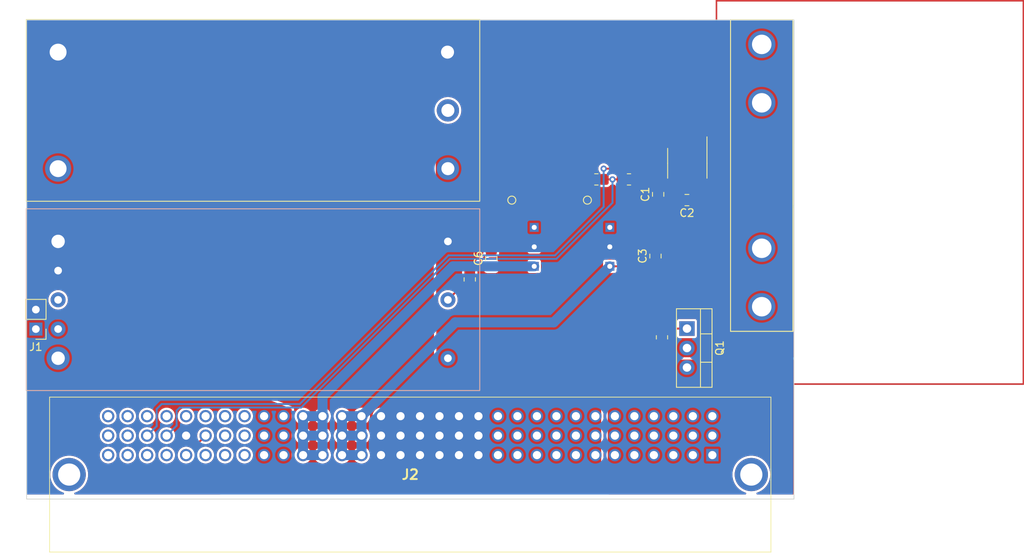
<source format=kicad_pcb>
(kicad_pcb (version 20221018) (generator pcbnew)
  (layers (0 "F.Cu" signal) (31 "B.Cu" signal) (34 "B.Paste" user) (35 "F.Paste" user) (36 "B.SilkS" user "B.Silkscreen") (37 "F.SilkS" user "F.Silkscreen") (38 "B.Mask" user) (39 "F.Mask" user) (44 "Edge.Cuts" user))
  (net 0 "")
  (net 1 "/V_POWER")
  (net 2 "+24V")
  (net 3 "/VBATT")
  (net 4 "Net-(20A1-1)")
  (net 5 "+12V")
  (net 6 "+5V")
  (net 7 "+3.3V")
  (net 8 "12V_Jetson")
  (net 19 "SW2")
  (net 20 "SW1")
  (net 21 "SDA")
  (net 22 "SCL")
  (net 30 "Net-(INPT_CRRNT_SNSR1-FILTER)")
  (net 34 "Net-(U2-ON{slash}OFF)")
  (net 35 "DAT1")
  (net 36 "DAT2")
  (footprint "Custom:1.25__FUSECLIPS" (layer "F.Cu") (at 245.9 69.3 90)
    (fp_text reference "20A1" hide)
    (fp_text value "Fuse")
    (fp_line (start -20.32 -4.064) (end 20.32 -4.064) (stroke (width 0.127)) (layer "F.SilkS"))
    (fp_line (start -20.32 4.064) (end -20.32 -4.064) (stroke (width 0.127)) (layer "F.SilkS"))
    (fp_line (start 20.32 -4.064) (end 20.32 4.064) (stroke (width 0.127)) (layer "F.SilkS"))
    (fp_line (start 20.32 4.064) (end -20.32 4.064) (stroke (width 0.127)) (layer "F.SilkS"))
    (pad "P$1" thru_hole circle (at -17.1069 0 90) (size 3.556 3.556) (drill 2.54) (layers "*.Cu" "*.Mask") (net 4 "Net-(20A1-1)"))
    (pad "P$1" thru_hole circle (at -9.4869 0 90) (size 3.556 3.556) (drill 2.54) (layers "*.Cu" "*.Mask") (net 4 "Net-(20A1-1)"))
    (pad "P$2" thru_hole circle (at 9.4869 0 90) (size 3.556 3.556) (drill 2.54) (layers "*.Cu" "*.Mask") (net 3 "/VBATT"))
    (pad "P$2" thru_hole circle (at 17.1069 0 90) (size 3.556 3.556) (drill 2.54) (layers "*.Cu" "*.Mask") (net 3 "/VBATT"))
  )
  (footprint "Custom:240W_CONV" (layer "F.Cu") (at 205 68.4 90)
    (fp_text reference "U1" hide)
    (fp_text value "~" hide)
    (fp_rect (start -4.25 -54.95) (end 19.45 4.15) (stroke (width 0.12)) (fill none) (layer "F.SilkS"))
    (pad "1" thru_hole circle (at 0 0 90) (size 2.9 2.9) (drill 1.7) (layers "*.Cu" "*.Mask") (net 1 "/V_POWER"))
    (pad "2" thru_hole circle (at 7.6 0 90) (size 2.9 2.9) (drill 1.7) (layers "*.Cu" "*.Mask"))
    (pad "3" thru_hole circle (at 15.2 -0.0508 90) (size 2.9 2.9) (drill 1.7) (layers "*.Cu" "*.Mask") (net 20 "SW1"))
    (pad "4" thru_hole circle (at 15.2 -50.8 90) (size 3.4 3.4) (drill 2.2) (layers "*.Cu" "*.Mask") (net 20 "SW1"))
    (pad "8" thru_hole circle (at 0 -50.8 90) (size 3.4 3.4) (drill 2.2) (layers "*.Cu" "*.Mask") (net 5 "+12V"))
  )
  (footprint "Capacitor_SMD:C_0805_2012Metric_Pad1.18x1.45mm_HandSolder" (layer "F.Cu") (at 232.4 71.75 90)
    (fp_text reference "C1" (at 0 -1.68 90) (layer "F.SilkS"))
    (fp_text value "47n")
    (fp_line (start -0.261252 -0.735) (end 0.261252 -0.735) (stroke (width 0.12)) (layer "F.SilkS"))
    (fp_line (start -0.261252 0.735) (end 0.261252 0.735) (stroke (width 0.12)) (layer "F.SilkS"))
    (pad "1" smd roundrect (at -1.0375 0 90) (size 1.175 1.45) (layers "F.Cu" "F.Paste" "F.Mask") (roundrect_rratio 0.2127659574) (net 30 "Net-(INPT_CRRNT_SNSR1-FILTER)"))
    (pad "2" smd roundrect (at 1.0375 0 90) (size 1.175 1.45) (layers "F.Cu" "F.Paste" "F.Mask") (roundrect_rratio 0.2127659574) (net 20 "SW1"))
  )
  (footprint "Package_SO:SOIC-8_3.9x4.9mm_P1.27mm" (layer "F.Cu") (at 236.2 67.7 -90)
    (fp_text reference "INPT_CRRNT_SNSR1" hide)
    (fp_text value "TMCS1101A4B")
    (fp_line (start 0 -2.56) (end -3.45 -2.56) (stroke (width 0.12)) (layer "F.SilkS"))
    (fp_line (start 0 -2.56) (end 1.95 -2.56) (stroke (width 0.12)) (layer "F.SilkS"))
    (fp_line (start 0 2.56) (end -1.95 2.56) (stroke (width 0.12)) (layer "F.SilkS"))
    (fp_line (start 0 2.56) (end 1.95 2.56) (stroke (width 0.12)) (layer "F.SilkS"))
    (pad "1" smd roundrect (at -2.475 -1.905 270) (size 1.95 0.6) (layers "F.Cu" "F.Paste" "F.Mask") (net 3 "/VBATT"))
    (pad "1" smd roundrect (at -2.475 -0.635 270) (size 1.95 0.6) (layers "F.Cu" "F.Paste" "F.Mask") (net 3 "/VBATT"))
    (pad "3" smd roundrect (at -2.475 0.635 270) (size 1.95 0.6) (layers "F.Cu" "F.Paste" "F.Mask") (net 1 "/V_POWER"))
    (pad "3" smd roundrect (at -2.475 1.905 270) (size 1.95 0.6) (layers "F.Cu" "F.Paste" "F.Mask") (net 1 "/V_POWER"))
    (pad "5" smd roundrect (at 2.475 1.905 270) (size 1.95 0.6) (layers "F.Cu" "F.Paste" "F.Mask") (net 20 "SW1"))
    (pad "6" smd roundrect (at 2.475 0.635 270) (size 1.95 0.6) (layers "F.Cu" "F.Paste" "F.Mask") (net 30 "Net-(INPT_CRRNT_SNSR1-FILTER)"))
    (pad "7" smd roundrect (at 2.475 -0.635 270) (size 1.95 0.6) (layers "F.Cu" "F.Paste" "F.Mask") (net 36 "DAT2"))
    (pad "8" smd roundrect (at 2.475 -1.905 270) (size 1.95 0.6) (layers "F.Cu" "F.Paste" "F.Mask") (net 6 "+5V"))
  )
  (footprint "Capacitor_SMD:C_0805_2012Metric_Pad1.18x1.45mm_HandSolder" (layer "F.Cu") (at 236.15 72.5 180)
    (fp_text reference "C2" (at 0 -1.68) (layer "F.SilkS"))
    (fp_text value "0.1u")
    (fp_line (start -0.261252 -0.735) (end 0.261252 -0.735) (stroke (width 0.12)) (layer "F.SilkS"))
    (fp_line (start -0.261252 0.735) (end 0.261252 0.735) (stroke (width 0.12)) (layer "F.SilkS"))
    (pad "1" smd roundrect (at -1.0375 0 180) (size 1.175 1.45) (layers "F.Cu" "F.Paste" "F.Mask") (roundrect_rratio 0.2127659574) (net 6 "+5V"))
    (pad "2" smd roundrect (at 1.0375 0 180) (size 1.175 1.45) (layers "F.Cu" "F.Paste" "F.Mask") (roundrect_rratio 0.2127659574) (net 20 "SW1"))
  )
  (footprint "Package_TO_SOT_THT:TO-220-3_Vertical" (layer "F.Cu") (at 236.155 89.26 -90)
    (fp_text reference "Q1" (at 2.54 -4.27 90) (layer "F.SilkS"))
    (fp_text value "FQPF27P06")
    (fp_line (start -2.58 -3.27) (end -2.58 1.371) (stroke (width 0.12)) (layer "F.SilkS"))
    (fp_line (start -2.58 -3.27) (end 7.66 -3.27) (stroke (width 0.12)) (layer "F.SilkS"))
    (fp_line (start -2.58 -1.76) (end 7.66 -1.76) (stroke (width 0.12)) (layer "F.SilkS"))
    (fp_line (start -2.58 1.371) (end 7.66 1.371) (stroke (width 0.12)) (layer "F.SilkS"))
    (fp_line (start 0.69 -3.27) (end 0.69 -1.76) (stroke (width 0.12)) (layer "F.SilkS"))
    (fp_line (start 4.391 -3.27) (end 4.391 -1.76) (stroke (width 0.12)) (layer "F.SilkS"))
    (fp_line (start 7.66 -3.27) (end 7.66 1.371) (stroke (width 0.12)) (layer "F.SilkS"))
    (pad "1" thru_hole rect (at 0 0 270) (size 1.905 2) (drill 1.1) (layers "*.Cu" "*.Mask") (net 19 "SW2"))
    (pad "2" thru_hole oval (at 2.54 0 270) (size 1.905 2) (drill 1.1) (layers "*.Cu" "*.Mask") (net 4 "Net-(20A1-1)"))
    (pad "3" thru_hole oval (at 5.08 0 270) (size 1.905 2) (drill 1.1) (layers "*.Cu" "*.Mask") (net 2 "+24V"))
  )
  (footprint "Resistor_SMD:R_0805_2012Metric_Pad1.20x1.40mm_HandSolder" (layer "F.Cu") (at 224.35 69.8)
    (fp_text reference "VDIV1(R)1" hide)
    (fp_text value "90kO")
    (fp_line (start -0.227064 -0.735) (end 0.227064 -0.735) (stroke (width 0.12)) (layer "F.SilkS"))
    (fp_line (start -0.227064 0.735) (end 0.227064 0.735) (stroke (width 0.12)) (layer "F.SilkS"))
    (pad "1" smd roundrect (at -1 0) (size 1.2 1.4) (layers "F.Cu" "F.Paste" "F.Mask") (roundrect_rratio 0.2083333333) (net 1 "/V_POWER"))
    (pad "2" smd roundrect (at 1 0) (size 1.2 1.4) (layers "F.Cu" "F.Paste" "F.Mask") (roundrect_rratio 0.2083333333) (net 35 "DAT1"))
  )
  (footprint "Custom:6509475" (layer "F.Cu") (at 239.462617 105.762442)
    (fp_text reference "J2" (at -39.37 2.545) (layer "F.SilkS") (effects (font (size 1.27 1.27) (thickness 0.254))))
    (fp_text value "~" hide)
    (fp_line (start -86.37 -7.56) (end 7.63 -7.56) (stroke (width 0.1)) (layer "F.SilkS"))
    (fp_line (start -86.37 12.65) (end -86.37 -7.56) (stroke (width 0.1)) (layer "F.SilkS"))
    (fp_line (start 7.63 -7.56) (end 7.63 12.65) (stroke (width 0.1)) (layer "F.SilkS"))
    (fp_line (start 7.63 12.65) (end -86.37 12.65) (stroke (width 0.1)) (layer "F.SilkS"))
    (pad "A1" thru_hole rect (at 0 0) (size 1.605 1.605) (drill 1.07) (layers "*.Cu" "*.Mask") (net 2 "+24V"))
    (pad "A2" thru_hole circle (at -2.54 0) (size 1.605 1.605) (drill 1.07) (layers "*.Cu" "*.Mask") (net 2 "+24V"))
    (pad "A3" thru_hole circle (at -5.08 0) (size 1.605 1.605) (drill 1.07) (layers "*.Cu" "*.Mask") (net 2 "+24V"))
    (pad "A4" thru_hole circle (at -7.62 0) (size 1.605 1.605) (drill 1.07) (layers "*.Cu" "*.Mask") (net 2 "+24V"))
    (pad "A5" thru_hole circle (at -10.16 0) (size 1.605 1.605) (drill 1.07) (layers "*.Cu" "*.Mask") (net 2 "+24V"))
    (pad "A6" thru_hole circle (at -12.7 0) (size 1.605 1.605) (drill 1.07) (layers "*.Cu" "*.Mask") (net 2 "+24V"))
    (pad "A7" thru_hole circle (at -15.24 0) (size 1.605 1.605) (drill 1.07) (layers "*.Cu" "*.Mask") (net 5 "+12V"))
    (pad "A8" thru_hole circle (at -17.78 0) (size 1.605 1.605) (drill 1.07) (layers "*.Cu" "*.Mask") (net 5 "+12V"))
    (pad "A9" thru_hole circle (at -20.32 0) (size 1.605 1.605) (drill 1.07) (layers "*.Cu" "*.Mask") (net 5 "+12V"))
    (pad "A10" thru_hole circle (at -22.86 0) (size 1.605 1.605) (drill 1.07) (layers "*.Cu" "*.Mask") (net 5 "+12V"))
    (pad "A11" thru_hole circle (at -25.4 0) (size 1.605 1.605) (drill 1.07) (layers "*.Cu" "*.Mask") (net 5 "+12V"))
    (pad "A12" thru_hole circle (at -27.94 0) (size 1.605 1.605) (drill 1.07) (layers "*.Cu" "*.Mask") (net 5 "+12V"))
    (pad "A13" thru_hole circle (at -30.48 0) (size 1.605 1.605) (drill 1.07) (layers "*.Cu" "*.Mask") (net 20 "SW1"))
    (pad "A14" thru_hole circle (at -33.02 0) (size 1.605 1.605) (drill 1.07) (layers "*.Cu" "*.Mask") (net 20 "SW1"))
    (pad "A15" thru_hole circle (at -35.56 0) (size 1.605 1.605) (drill 1.07) (layers "*.Cu" "*.Mask") (net 20 "SW1"))
    (pad "A16" thru_hole circle (at -38.1 0) (size 1.605 1.605) (drill 1.07) (layers "*.Cu" "*.Mask") (net 20 "SW1"))
    (pad "A17" thru_hole circle (at -40.64 0) (size 1.605 1.605) (drill 1.07) (layers "*.Cu" "*.Mask") (net 20 "SW1"))
    (pad "A18" thru_hole circle (at -43.18 0) (size 1.605 1.605) (drill 1.07) (layers "*.Cu" "*.Mask") (net 20 "SW1"))
    (pad "A19" thru_hole circle (at -45.72 0) (size 1.605 1.605) (drill 1.07) (layers "*.Cu" "*.Mask") (net 6 "+5V"))
    (pad "A20" thru_hole circle (at -48.26 0) (size 1.605 1.605) (drill 1.07) (layers "*.Cu" "*.Mask") (net 6 "+5V"))
    (pad "A21" thru_hole circle (at -50.8 0) (size 1.605 1.605) (drill 1.07) (layers "*.Cu" "*.Mask") (net 7 "+3.3V"))
    (pad "A22" thru_hole circle (at -53.34 0) (size 1.605 1.605) (drill 1.07) (layers "*.Cu" "*.Mask") (net 7 "+3.3V"))
    (pad "A23" thru_hole circle (at -55.88 0) (size 1.605 1.605) (drill 1.07) (layers "*.Cu" "*.Mask") (net 8 "12V_Jetson"))
    (pad "A24" thru_hole circle (at -58.42 0) (size 1.605 1.605) (drill 1.07) (layers "*.Cu" "*.Mask") (net 8 "12V_Jetson"))
    (pad "A25" thru_hole circle (at -60.96 0) (size 1.605 1.605) (drill 1.07) (layers "*.Cu" "*.Mask"))
    (pad "A26" thru_hole circle (at -63.5 0) (size 1.605 1.605) (drill 1.07) (layers "*.Cu" "*.Mask"))
    (pad "A27" thru_hole circle (at -66.04 0) (size 1.605 1.605) (drill 1.07) (layers "*.Cu" "*.Mask"))
    (pad "A28" thru_hole circle (at -68.58 0) (size 1.605 1.605) (drill 1.07) (layers "*.Cu" "*.Mask"))
    (pad "A29" thru_hole circle (at -71.12 0) (size 1.605 1.605) (drill 1.07) (layers "*.Cu" "*.Mask"))
    (pad "A30" thru_hole circle (at -73.66 0) (size 1.605 1.605) (drill 1.07) (layers "*.Cu" "*.Mask"))
    (pad "A31" thru_hole circle (at -76.2 0) (size 1.605 1.605) (drill 1.07) (layers "*.Cu" "*.Mask"))
    (pad "A32" thru_hole circle (at -78.74 0) (size 1.605 1.605) (drill 1.07) (layers "*.Cu" "*.Mask"))
    (pad "B1" thru_hole circle (at 0 -2.54) (size 1.605 1.605) (drill 1.07) (layers "*.Cu" "*.Mask") (net 2 "+24V"))
    (pad "B2" thru_hole circle (at -2.54 -2.54) (size 1.605 1.605) (drill 1.07) (layers "*.Cu" "*.Mask") (net 2 "+24V"))
    (pad "B3" thru_hole circle (at -5.08 -2.54) (size 1.605 1.605) (drill 1.07) (layers "*.Cu" "*.Mask") (net 2 "+24V"))
    (pad "B4" thru_hole circle (at -7.62 -2.54) (size 1.605 1.605) (drill 1.07) (layers "*.Cu" "*.Mask") (net 2 "+24V"))
    (pad "B5" thru_hole circle (at -10.16 -2.54) (size 1.605 1.605) (drill 1.07) (layers "*.Cu" "*.Mask") (net 2 "+24V"))
    (pad "B6" thru_hole circle (at -12.7 -2.54) (size 1.605 1.605) (drill 1.07) (layers "*.Cu" "*.Mask") (net 2 "+24V"))
    (pad "B7" thru_hole circle (at -15.24 -2.54) (size 1.605 1.605) (drill 1.07) (layers "*.Cu" "*.Mask") (net 5 "+12V"))
    (pad "B8" thru_hole circle (at -17.78 -2.54) (size 1.605 1.605) (drill 1.07) (layers "*.Cu" "*.Mask") (net 5 "+12V"))
    (pad "B9" thru_hole circle (at -20.32 -2.54) (size 1.605 1.605) (drill 1.07) (layers "*.Cu" "*.Mask") (net 5 "+12V"))
    (pad "B10" thru_hole circle (at -22.86 -2.54) (size 1.605 1.605) (drill 1.07) (layers "*.Cu" "*.Mask") (net 5 "+12V"))
    (pad "B11" thru_hole circle (at -25.4 -2.54) (size 1.605 1.605) (drill 1.07) (layers "*.Cu" "*.Mask") (net 5 "+12V"))
    (pad "B12" thru_hole circle (at -27.94 -2.54) (size 1.605 1.605) (drill 1.07) (layers "*.Cu" "*.Mask") (net 5 "+12V"))
    (pad "B13" thru_hole circle (at -30.48 -2.54) (size 1.605 1.605) (drill 1.07) (layers "*.Cu" "*.Mask") (net 20 "SW1"))
    (pad "B14" thru_hole circle (at -33.02 -2.54) (size 1.605 1.605) (drill 1.07) (layers "*.Cu" "*.Mask") (net 20 "SW1"))
    (pad "B15" thru_hole circle (at -35.56 -2.54) (size 1.605 1.605) (drill 1.07) (layers "*.Cu" "*.Mask") (net 20 "SW1"))
    (pad "B16" thru_hole circle (at -38.1 -2.54) (size 1.605 1.605) (drill 1.07) (layers "*.Cu" "*.Mask") (net 20 "SW1"))
    (pad "B17" thru_hole circle (at -40.64 -2.54) (size 1.605 1.605) (drill 1.07) (layers "*.Cu" "*.Mask") (net 20 "SW1"))
    (pad "B18" thru_hole circle (at -43.18 -2.54) (size 1.605 1.605) (drill 1.07) (layers "*.Cu" "*.Mask") (net 20 "SW1"))
    (pad "B19" thru_hole circle (at -45.72 -2.54) (size 1.605 1.605) (drill 1.07) (layers "*.Cu" "*.Mask") (net 6 "+5V"))
    (pad "B20" thru_hole circle (at -48.26 -2.54) (size 1.605 1.605) (drill 1.07) (layers "*.Cu" "*.Mask") (net 6 "+5V"))
    (pad "B21" thru_hole circle (at -50.8 -2.54) (size 1.605 1.605) (drill 1.07) (layers "*.Cu" "*.Mask") (net 7 "+3.3V"))
    (pad "B22" thru_hole circle (at -53.34 -2.54) (size 1.605 1.605) (drill 1.07) (layers "*.Cu" "*.Mask") (net 7 "+3.3V"))
    (pad "B23" thru_hole circle (at -55.88 -2.54) (size 1.605 1.605) (drill 1.07) (layers "*.Cu" "*.Mask") (net 8 "12V_Jetson"))
    (pad "B24" thru_hole circle (at -58.42 -2.54) (size 1.605 1.605) (drill 1.07) (layers "*.Cu" "*.Mask") (net 8 "12V_Jetson"))
    (pad "B25" thru_hole circle (at -60.96 -2.54) (size 1.605 1.605) (drill 1.07) (layers "*.Cu" "*.Mask"))
    (pad "B26" thru_hole circle (at -63.5 -2.54) (size 1.605 1.605) (drill 1.07) (layers "*.Cu" "*.Mask"))
    (pad "B27" thru_hole circle (at -66.04 -2.54) (size 1.605 1.605) (drill 1.07) (layers "*.Cu" "*.Mask") (net 19 "SW2"))
    (pad "B28" thru_hole circle (at -68.58 -2.54) (size 1.605 1.605) (drill 1.07) (layers "*.Cu" "*.Mask") (net 20 "SW1"))
    (pad "B29" thru_hole circle (at -71.12 -2.54) (size 1.605 1.605) (drill 1.07) (layers "*.Cu" "*.Mask") (net 35 "DAT1"))
    (pad "B30" thru_hole circle (at -73.66 -2.54) (size 1.605 1.605) (drill 1.07) (layers "*.Cu" "*.Mask") (net 36 "DAT2"))
    (pad "B31" thru_hole circle (at -76.2 -2.54) (size 1.605 1.605) (drill 1.07) (layers "*.Cu" "*.Mask") (net 21 "SDA"))
    (pad "B32" thru_hole circle (at -78.74 -2.54) (size 1.605 1.605) (drill 1.07) (layers "*.Cu" "*.Mask") (net 22 "SCL"))
    (pad "C1" thru_hole circle (at 0 -5.08) (size 1.605 1.605) (drill 1.07) (layers "*.Cu" "*.Mask") (net 2 "+24V"))
    (pad "C2" thru_hole circle (at -2.54 -5.08) (size 1.605 1.605) (drill 1.07) (layers "*.Cu" "*.Mask") (net 2 "+24V"))
    (pad "C3" thru_hole circle (at -5.08 -5.08) (size 1.605 1.605) (drill 1.07) (layers "*.Cu" "*.Mask") (net 2 "+24V"))
    (pad "C4" thru_hole circle (at -7.62 -5.08) (size 1.605 1.605) (drill 1.07) (layers "*.Cu" "*.Mask") (net 2 "+24V"))
    (pad "C5" thru_hole circle (at -10.16 -5.08) (size 1.605 1.605) (drill 1.07) (layers "*.Cu" "*.Mask") (net 2 "+24V"))
    (pad "C6" thru_hole circle (at -12.7 -5.08) (size 1.605 1.605) (drill 1.07) (layers "*.Cu" "*.Mask") (net 2 "+24V"))
    (pad "C7" thru_hole circle (at -15.24 -5.08) (size 1.605 1.605) (drill 1.07) (layers "*.Cu" "*.Mask") (net 5 "+12V"))
    (pad "C8" thru_hole circle (at -17.78 -5.08) (size 1.605 1.605) (drill 1.07) (layers "*.Cu" "*.Mask") (net 5 "+12V"))
    (pad "C9" thru_hole circle (at -20.32 -5.08) (size 1.605 1.605) (drill 1.07) (layers "*.Cu" "*.Mask") (net 5 "+12V"))
    (pad "C10" thru_hole circle (at -22.86 -5.08) (size 1.605 1.605) (drill 1.07) (layers "*.Cu" "*.Mask") (net 5 "+12V"))
    (pad "C11" thru_hole circle (at -25.4 -5.08) (size 1.605 1.605) (drill 1.07) (layers "*.Cu" "*.Mask") (net 5 "+12V"))
    (pad "C12" thru_hole circle (at -27.94 -5.08) (size 1.605 1.605) (drill 1.07) (layers "*.Cu" "*.Mask") (net 5 "+12V"))
    (pad "C13" thru_hole circle (at -30.48 -5.08) (size 1.605 1.605) (drill 1.07) (layers "*.Cu" "*.Mask") (net 20 "SW1"))
    (pad "C14" thru_hole circle (at -33.02 -5.08) (size 1.605 1.605) (drill 1.07) (layers "*.Cu" "*.Mask") (net 20 "SW1"))
    (pad "C15" thru_hole circle (at -35.56 -5.08) (size 1.605 1.605) (drill 1.07) (layers "*.Cu" "*.Mask") (net 20 "SW1"))
    (pad "C16" thru_hole circle (at -38.1 -5.08) (size 1.605 1.605) (drill 1.07) (layers "*.Cu" "*.Mask") (net 20 "SW1"))
    (pad "C17" thru_hole circle (at -40.64 -5.08) (size 1.605 1.605) (drill 1.07) (layers "*.Cu" "*.Mask") (net 20 "SW1"))
    (pad "C18" thru_hole circle (at -43.18 -5.08) (size 1.605 1.605) (drill 1.07) (layers "*.Cu" "*.Mask") (net 20 "SW1"))
    (pad "C19" thru_hole circle (at -45.72 -5.08) (size 1.605 1.605) (drill 1.07) (layers "*.Cu" "*.Mask") (net 6 "+5V"))
    (pad "C20" thru_hole circle (at -48.26 -5.08) (size 1.605 1.605) (drill 1.07) (layers "*.Cu" "*.Mask") (net 6 "+5V"))
    (pad "C21" thru_hole circle (at -50.8 -5.08) (size 1.605 1.605) (drill 1.07) (layers "*.Cu" "*.Mask") (net 7 "+3.3V"))
    (pad "C22" thru_hole circle (at -53.34 -5.08) (size 1.605 1.605) (drill 1.07) (layers "*.Cu" "*.Mask") (net 7 "+3.3V"))
    (pad "C23" thru_hole circle (at -55.88 -5.08) (size 1.605 1.605) (drill 1.07) (layers "*.Cu" "*.Mask") (net 8 "12V_Jetson"))
    (pad "C24" thru_hole circle (at -58.42 -5.08) (size 1.605 1.605) (drill 1.07) (layers "*.Cu" "*.Mask") (net 8 "12V_Jetson"))
    (pad "C25" thru_hole circle (at -60.96 -5.08) (size 1.605 1.605) (drill 1.07) (layers "*.Cu" "*.Mask"))
    (pad "C26" thru_hole circle (at -63.5 -5.08) (size 1.605 1.605) (drill 1.07) (layers "*.Cu" "*.Mask"))
    (pad "C27" thru_hole circle (at -66.04 -5.08) (size 1.605 1.605) (drill 1.07) (layers "*.Cu" "*.Mask"))
    (pad "C28" thru_hole circle (at -68.58 -5.08) (size 1.605 1.605) (drill 1.07) (layers "*.Cu" "*.Mask"))
    (pad "C29" thru_hole circle (at -71.12 -5.08) (size 1.605 1.605) (drill 1.07) (layers "*.Cu" "*.Mask"))
    (pad "C30" thru_hole circle (at -73.66 -5.08) (size 1.605 1.605) (drill 1.07) (layers "*.Cu" "*.Mask"))
    (pad "C31" thru_hole circle (at -76.2 -5.08) (size 1.605 1.605) (drill 1.07) (layers "*.Cu" "*.Mask"))
    (pad "C32" thru_hole circle (at -78.74 -5.08) (size 1.605 1.605) (drill 1.07) (layers "*.Cu" "*.Mask"))
    (pad "MH1" thru_hole circle (at 5.08 2.54) (size 4.335 4.335) (drill 2.89) (layers "*.Cu" "*.Mask"))
    (pad "MH2" thru_hole circle (at -83.82 2.54) (size 4.335 4.335) (drill 2.89) (layers "*.Cu" "*.Mask"))
  )
  (footprint "Resistor_SMD:R_0805_2012Metric_Pad1.20x1.40mm_HandSolder" (layer "F.Cu") (at 232.9 90.4 90)
    (fp_text reference "RSW1" hide)
    (fp_text value "10kO")
    (fp_line (start -0.227064 -0.735) (end 0.227064 -0.735) (stroke (width 0.12)) (layer "F.SilkS"))
    (fp_line (start -0.227064 0.735) (end 0.227064 0.735) (stroke (width 0.12)) (layer "F.SilkS"))
    (pad "1" smd roundrect (at -1 0 90) (size 1.2 1.4) (layers "F.Cu" "F.Paste" "F.Mask") (roundrect_rratio 0.2083333333) (net 2 "+24V"))
    (pad "2" smd roundrect (at 1 0 90) (size 1.2 1.4) (layers "F.Cu" "F.Paste" "F.Mask") (roundrect_rratio 0.2083333333) (net 19 "SW2"))
  )
  (footprint "Custom:TSR2" (layer "F.Cu") (at 216.25 78.6 -90)
    (fp_text reference "DC/DC_CNVRT2" hide)
    (fp_text value "TSR2-2433" hide)
    (fp_circle (center -6.096 2.921) (end -5.572366 2.921) (stroke (width 0.127)) (fill none) (layer "F.SilkS"))
    (pad "1" thru_hole rect (at -2.54 0 270) (size 1.158 1.158) (drill 0.65) (layers "*.Cu" "*.Mask") (net 1 "/V_POWER"))
    (pad "2" thru_hole rect (at 0 0 270) (size 1.158 1.158) (drill 0.65) (layers "*.Cu" "*.Mask") (net 20 "SW1"))
    (pad "3" thru_hole rect (at 2.54 0 270) (size 1.158 1.158) (drill 0.65) (layers "*.Cu" "*.Mask") (net 7 "+3.3V"))
  )
  (footprint "Custom:TSR2" (layer "F.Cu") (at 226.1 78.6 -90)
    (fp_text reference "DC/DC_CNVRT1" hide)
    (fp_text value "TSR2-2450" hide)
    (fp_circle (center -6.096 2.921) (end -5.572366 2.921) (stroke (width 0.127)) (fill none) (layer "F.SilkS"))
    (pad "1" thru_hole rect (at -2.54 0 270) (size 1.158 1.158) (drill 0.65) (layers "*.Cu" "*.Mask") (net 1 "/V_POWER"))
    (pad "2" thru_hole rect (at 0 0 270) (size 1.158 1.158) (drill 0.65) (layers "*.Cu" "*.Mask") (net 20 "SW1"))
    (pad "3" thru_hole rect (at 2.54 0 270) (size 1.158 1.158) (drill 0.65) (layers "*.Cu" "*.Mask") (net 6 "+5V"))
  )
  (footprint "Capacitor_SMD:C_0805_2012Metric_Pad1.18x1.45mm_HandSolder" (layer "F.Cu") (at 210.65 80.1 90)
    (fp_text reference "C6" (at 0 -1.68 90) (layer "F.SilkS"))
    (fp_text value "1u")
    (fp_line (start -0.261252 -0.735) (end 0.261252 -0.735) (stroke (width 0.12)) (layer "F.SilkS"))
    (fp_line (start -0.261252 0.735) (end 0.261252 0.735) (stroke (width 0.12)) (layer "F.SilkS"))
    (pad "1" smd roundrect (at -1.0375 0 90) (size 1.175 1.45) (layers "F.Cu" "F.Paste" "F.Mask") (roundrect_rratio 0.2127659574) (net 7 "+3.3V"))
    (pad "2" smd roundrect (at 1.0375 0 90) (size 1.175 1.45) (layers "F.Cu" "F.Paste" "F.Mask") (roundrect_rratio 0.2127659574) (net 20 "SW1"))
  )
  (footprint "Capacitor_SMD:C_0805_2012Metric_Pad1.18x1.45mm_HandSolder" (layer "F.Cu") (at 232.05 79.8 90)
    (fp_text reference "C3" (at 0 -1.68 90) (layer "F.SilkS"))
    (fp_text value "1u")
    (fp_line (start -0.261252 -0.735) (end 0.261252 -0.735) (stroke (width 0.12)) (layer "F.SilkS"))
    (fp_line (start -0.261252 0.735) (end 0.261252 0.735) (stroke (width 0.12)) (layer "F.SilkS"))
    (pad "1" smd roundrect (at -1.0375 0 90) (size 1.175 1.45) (layers "F.Cu" "F.Paste" "F.Mask") (roundrect_rratio 0.2127659574) (net 6 "+5V"))
    (pad "2" smd roundrect (at 1.0375 0 90) (size 1.175 1.45) (layers "F.Cu" "F.Paste" "F.Mask") (roundrect_rratio 0.2127659574) (net 20 "SW1"))
  )
  (footprint "Resistor_SMD:R_0805_2012Metric_Pad1.20x1.40mm_HandSolder" (layer "F.Cu") (at 207.85 82.85 90)
    (fp_text reference "RSW2" hide)
    (fp_text value "10kO")
    (fp_line (start -0.227064 -0.735) (end 0.227064 -0.735) (stroke (width 0.12)) (layer "F.SilkS"))
    (fp_line (start -0.227064 0.735) (end 0.227064 0.735) (stroke (width 0.12)) (layer "F.SilkS"))
    (pad "1" smd roundrect (at -1 0 90) (size 1.2 1.4) (layers "F.Cu" "F.Paste" "F.Mask") (roundrect_rratio 0.2083333333) (net 34 "Net-(U2-ON{slash}OFF)"))
    (pad "2" smd roundrect (at 1 0 90) (size 1.2 1.4) (layers "F.Cu" "F.Paste" "F.Mask") (roundrect_rratio 0.2083333333) (net 20 "SW1"))
  )
  (footprint "Connector_PinHeader_2.54mm:PinHeader_1x02_P2.54mm_Vertical" (layer "F.Cu") (at 151.3 89.325 180)
    (fp_text reference "J1" (at 0 -2.33) (layer "F.SilkS"))
    (fp_text value "Conn_01x02")
    (fp_line (start -1.33 -1.33) (end 0 -1.33) (stroke (width 0.12)) (layer "F.SilkS"))
    (fp_line (start -1.33 0) (end -1.33 -1.33) (stroke (width 0.12)) (layer "F.SilkS"))
    (fp_line (start -1.33 1.27) (end -1.33 3.87) (stroke (width 0.12)) (layer "F.SilkS"))
    (fp_line (start -1.33 1.27) (end 1.33 1.27) (stroke (width 0.12)) (layer "F.SilkS"))
    (fp_line (start -1.33 3.87) (end 1.33 3.87) (stroke (width 0.12)) (layer "F.SilkS"))
    (fp_line (start 1.33 1.27) (end 1.33 3.87) (stroke (width 0.12)) (layer "F.SilkS"))
    (pad "1" thru_hole rect (at 0 0 180) (size 1.7 1.7) (drill 1) (layers "*.Cu" "*.Mask") (net 8 "12V_Jetson"))
    (pad "2" thru_hole oval (at 0 2.54 180) (size 1.7 1.7) (drill 1) (layers "*.Cu" "*.Mask") (net 20 "SW1"))
  )
  (footprint "Resistor_SMD:R_0805_2012Metric_Pad1.20x1.40mm_HandSolder" (layer "F.Cu") (at 228.6 69.8)
    (fp_text reference "VDIV2(R)1" hide)
    (fp_text value "10kO")
    (fp_line (start -0.227064 -0.735) (end 0.227064 -0.735) (stroke (width 0.12)) (layer "F.SilkS"))
    (fp_line (start -0.227064 0.735) (end 0.227064 0.735) (stroke (width 0.12)) (layer "F.SilkS"))
    (pad "1" smd roundrect (at -1 0) (size 1.2 1.4) (layers "F.Cu" "F.Paste" "F.Mask") (roundrect_rratio 0.2083333333) (net 35 "DAT1"))
    (pad "2" smd roundrect (at 1 0) (size 1.2 1.4) (layers "F.Cu" "F.Paste" "F.Mask") (roundrect_rratio 0.2083333333) (net 20 "SW1"))
  )
  (footprint "Custom:72W_CONV" (layer "B.Cu") (at 205 77.89 -90)
    (fp_text reference "U2" hide)
    (fp_text value "~")
    (fp_rect (start -4.25 54.95) (end 19.45 -4.15) (stroke (width 0.12)) (fill none) (layer "B.SilkS"))
    (pad "1" thru_hole circle (at 15.24 0 270) (size 1.95 1.95) (drill 1) (layers "*.Cu" "*.Mask") (net 1 "/V_POWER"))
    (pad "2" thru_hole circle (at 7.62 0 270) (size 1.95 1.95) (drill 1) (layers "*.Cu" "*.Mask") (net 34 "Net-(U2-ON{slash}OFF)"))
    (pad "3" thru_hole circle (at 0 0 270) (size 1.95 1.95) (drill 1) (layers "*.Cu" "*.Mask") (net 20 "SW1"))
    (pad "4" thru_hole circle (at 0 50.8 270) (size 3 3) (drill 1.75) (layers "*.Cu" "*.Mask") (net 20 "SW1"))
    (pad "5" thru_hole circle (at 3.81 50.8 270) (size 1.95 1.95) (drill 1) (layers "*.Cu" "*.Mask") (net 20 "SW1"))
    (pad "6" thru_hole circle (at 7.62 50.8 270) (size 1.95 1.95) (drill 1) (layers "*.Cu" "*.Mask"))
    (pad "7" thru_hole circle (at 11.43 50.8 270) (size 1.95 1.95) (drill 1) (layers "*.Cu" "*.Mask") (net 8 "12V_Jetson"))
    (pad "8" thru_hole circle (at 15.24 50.8 270) (size 3 3) (drill 1.75) (layers "*.Cu" "*.Mask") (net 8 "12V_Jetson"))
  )
  (gr_rect (start 240 46.5) (end 280 96.5) (stroke (width 0.2)) (fill none) (layer "F.Cu"))
  (gr_rect (start 150.1 49) (end 250.1 111.5) (stroke (width 0.1)) (fill none) (layer "Edge.Cuts"))
  (segment (start 232.9 91.4) (end 232.9 93.7) (width 0.25) (layer "F.Cu") (net 2))
  (segment (start 237.1875 72.687069) (end 235.874569 74) (width 0.25) (layer "F.Cu") (net 6))
  (segment (start 235.874569 74) (end 235.6 74) (width 0.25) (layer "F.Cu") (net 6))
  (segment (start 233.75 75.85) (end 233.75 79.1375) (width 0.25) (layer "F.Cu") (net 6))
  (segment (start 238.105 71.5825) (end 238.105 70.175) (width 0.25) (layer "F.Cu") (net 6))
  (segment (start 233.75 79.1375) (end 232.05 80.8375) (width 0.25) (layer "F.Cu") (net 6))
  (segment (start 231.7475 81.14) (end 226.1 81.14) (width 0.25) (layer "F.Cu") (net 6))
  (segment (start 237.1875 72.5) (end 237.1875 72.687069) (width 0.25) (layer "F.Cu") (net 6))
  (segment (start 232.05 80.8375) (end 231.7475 81.14) (width 0.25) (layer "F.Cu") (net 6))
  (segment (start 235.6 74) (end 233.75 75.85) (width 0.25) (layer "F.Cu") (net 6))
  (segment (start 237.1875 72.5) (end 238.105 71.5825) (width 0.25) (layer "F.Cu") (net 6))
  (segment (start 226.1 81.14) (end 218.79 88.45) (width 1.3) (layer "B.Cu") (net 6))
  (segment (start 191.202617 100.682442) (end 193.742617 100.682442) (width 1.3) (layer "B.Cu") (net 6))
  (segment (start 191.202617 103.222442) (end 193.742617 103.222442) (width 1.3) (layer "B.Cu") (net 6))
  (segment (start 218.79 88.45) (end 205.95 88.45) (width 1.3) (layer "B.Cu") (net 6))
  (segment (start 205.95 88.45) (end 205.95 88.475059) (width 1.3) (layer "B.Cu") (net 6))
  (segment (start 191.202617 105.762442) (end 191.202617 100.682442) (width 1.3) (layer "B.Cu") (net 6))
  (segment (start 193.742617 105.762442) (end 191.202617 105.762442) (width 1.3) (layer "B.Cu") (net 6))
  (segment (start 193.742617 100.682442) (end 193.742617 105.762442) (width 1.3) (layer "B.Cu") (net 6))
  (segment (start 205.95 88.475059) (end 193.742617 100.682442) (width 1.3) (layer "B.Cu") (net 6))
  (segment (start 210.6525 81.14) (end 216.25 81.14) (width 0.25) (layer "F.Cu") (net 7))
  (segment (start 210.65 81.1375) (end 210.6525 81.14) (width 0.25) (layer "F.Cu") (net 7))
  (segment (start 188.662617 105.762442) (end 186.122617 105.762442) (width 1.3) (layer "B.Cu") (net 7))
  (segment (start 186.122617 100.682442) (end 188.662617 100.682442) (width 1.3) (layer "B.Cu") (net 7))
  (segment (start 186.122617 103.222442) (end 188.662617 103.222442) (width 1.3) (layer "B.Cu") (net 7))
  (segment (start 188.662617 98.142442) (end 188.662617 105.762442) (width 1.3) (layer "B.Cu") (net 7))
  (segment (start 216.25 81.14) (end 205.665059 81.14) (width 1.3) (layer "B.Cu") (net 7))
  (segment (start 205.665059 81.14) (end 188.662617 98.142442) (width 1.3) (layer "B.Cu") (net 7))
  (segment (start 186.122617 105.762442) (end 186.122617 100.682442) (width 1.3) (layer "B.Cu") (net 7))
  (segment (start 173.422617 103.222442) (end 172.15 104.495059) (width 0.25) (layer "F.Cu") (net 19))
  (segment (start 172.15 106.9) (end 175.9 110.65) (width 0.25) (layer "F.Cu") (net 19))
  (segment (start 172.15 104.495059) (end 172.15 106.9) (width 0.25) (layer "F.Cu") (net 19))
  (segment (start 221.95 110.65) (end 225.4 107.2) (width 0.25) (layer "F.Cu") (net 19))
  (segment (start 225.4 107.2) (end 225.4 92.586827) (width 0.25) (layer "F.Cu") (net 19))
  (segment (start 175.9 110.65) (end 221.95 110.65) (width 0.25) (layer "F.Cu") (net 19))
  (segment (start 225.4 92.586827) (end 228.726827 89.26) (width 0.25) (layer "F.Cu") (net 19))
  (segment (start 228.726827 89.26) (end 236.155 89.26) (width 0.25) (layer "F.Cu") (net 19))
  (segment (start 211.1125 78.6) (end 216.25 78.6) (width 0.25) (layer "F.Cu") (net 20))
  (segment (start 210.65 79.0625) (end 211.1125 78.6) (width 0.25) (layer "F.Cu") (net 20))
  (segment (start 231.35 71.55) (end 231.35 71.7625) (width 0.25) (layer "F.Cu") (net 20))
  (segment (start 233.7575 70.7125) (end 234.295 70.175) (width 0.25) (layer "F.Cu") (net 20))
  (segment (start 207.85 81.85) (end 207.8625 81.85) (width 0.25) (layer "F.Cu") (net 20))
  (segment (start 232.25 70.7125) (end 233.7575 70.7125) (width 0.25) (layer "F.Cu") (net 20))
  (segment (start 232.4 70.7125) (end 232.1875 70.7125) (width 0.25) (layer "F.Cu") (net 20))
  (segment (start 229.6 69.8) (end 231.35 71.55) (width 0.25) (layer "F.Cu") (net 20))
  (segment (start 231.35 78.0625) (end 232.05 78.7625) (width 0.25) (layer "F.Cu") (net 20))
  (segment (start 232.1875 70.7125) (end 231.35 71.55) (width 0.25) (layer "F.Cu") (net 20))
  (segment (start 231.35 71.7625) (end 231.35 78.0625) (width 0.25) (layer "F.Cu") (net 20))
  (segment (start 231.8875 78.6) (end 226.1 78.6) (width 0.25) (layer "F.Cu") (net 20))
  (segment (start 234.295 71.6825) (end 234.295 70.175) (width 0.25) (layer "F.Cu") (net 20))
  (segment (start 235.1125 72.5) (end 234.295 71.6825) (width 0.25) (layer "F.Cu") (net 20))
  (segment (start 207.8625 81.85) (end 210.65 79.0625) (width 0.25) (layer "F.Cu") (net 20))
  (segment (start 232.05 78.7625) (end 231.8875 78.6) (width 0.25) (layer "F.Cu") (net 20))
  (segment (start 236.025 70.635) (end 235.565 70.175) (width 0.25) (layer "F.Cu") (net 30))
  (segment (start 236.025 73.213173) (end 236.025 70.635) (width 0.25) (layer "F.Cu") (net 30))
  (segment (start 233.0125 73.55) (end 235.688173 73.55) (width 0.25) (layer "F.Cu") (net 30))
  (segment (start 232.25 72.7875) (end 233.0125 73.55) (width 0.25) (layer "F.Cu") (net 30))
  (segment (start 235.688173 73.55) (end 236.025 73.213173) (width 0.25) (layer "F.Cu") (net 30))
  (segment (start 207.85 83.85) (end 206.66 83.85) (width 0.25) (layer "F.Cu") (net 34))
  (segment (start 206.66 83.85) (end 205 85.51) (width 0.25) (layer "F.Cu") (net 34))
  (segment (start 226.45 69.8) (end 227.6 69.8) (width 0.25) (layer "F.Cu") (net 35))
  (segment (start 225.35 69.8) (end 226.45 69.8) (width 0.25) (layer "F.Cu") (net 35))
  (via (at 226.45 69.8) (size 0.8) (drill 0.4) (layers "F.Cu" "B.Cu") (net 35))
  (segment (start 170.045058 99.554942) (end 169.65 99.95) (width 0.25) (layer "B.Cu") (net 35))
  (segment (start 219.135 80.165) (end 212.1 80.165) (width 0.25) (layer "B.Cu") (net 35))
  (segment (start 212.735 80.165) (end 205.261201 80.165) (width 0.25) (layer "B.Cu") (net 35))
  (segment (start 205.261201 80.165) (end 185.871259 99.554942) (width 0.25) (layer "B.Cu") (net 35))
  (segment (start 226.45 69.8) (end 226.45 72.85) (width 0.25) (layer "B.Cu") (net 35))
  (segment (start 169.65 99.95) (end 169.65 101.915059) (width 0.25) (layer "B.Cu") (net 35))
  (segment (start 169.65 101.915059) (end 168.342617 103.222442) (width 0.25) (layer "B.Cu") (net 35))
  (segment (start 226.45 72.85) (end 219.135 80.165) (width 0.25) (layer "B.Cu") (net 35))
  (segment (start 185.871259 99.554942) (end 170.045058 99.554942) (width 0.25) (layer "B.Cu") (net 35))
  (segment (start 236.835 69.798249) (end 236.835 70.175) (width 0.25) (layer "F.Cu") (net 36))
  (segment (start 225.4 68.4) (end 225.3 68.4) (width 0.25) (layer "F.Cu") (net 36))
  (segment (start 225.3 68.4) (end 235.436751 68.4) (width 0.25) (layer "F.Cu") (net 36))
  (segment (start 235.436751 68.4) (end 236.835 69.798249) (width 0.25) (layer "F.Cu") (net 36))
  (via (at 225.3 68.4) (size 0.8) (drill 0.4) (layers "F.Cu" "B.Cu") (net 36))
  (segment (start 218.948604 79.715) (end 225.3 73.363604) (width 0.25) (layer "B.Cu") (net 36))
  (segment (start 225.3 73.363604) (end 225.3 68.4) (width 0.25) (layer "B.Cu") (net 36))
  (segment (start 167.05 99.750001) (end 167.695059 99.104942) (width 0.25) (layer "B.Cu") (net 36))
  (segment (start 167.695059 99.104942) (end 185.684863 99.104942) (width 0.25) (layer "B.Cu") (net 36))
  (segment (start 165.802617 103.222442) (end 167.05 101.975059) (width 0.25) (layer "B.Cu") (net 36))
  (segment (start 185.684863 99.104942) (end 205.074805 79.715) (width 0.25) (layer "B.Cu") (net 36))
  (segment (start 205.074805 79.715) (end 218.948604 79.715) (width 0.25) (layer "B.Cu") (net 36))
  (segment (start 167.05 101.975059) (end 167.05 99.750001) (width 0.25) (layer "B.Cu") (net 36))
  (zone (net 2) (net_name "+24V") (layer "F.Cu") (priority 2) (connect_pads yes (clearance 0.3)) (min_thickness 0.25) (fill yes (thermal_gap 0.5) (thermal_bridge_width 0.5))
    (polygon (pts (xy 225.6 110.9) (xy 250.1 110.9) (xy 250.1 93) (xy 225.6 93)))
  )
  (zone (net 1) (net_name "/V_POWER") (layer "F.Cu") (priority 1) (connect_pads yes (clearance 0.3)) (min_thickness 0.25) (fill yes (thermal_gap 0.5) (thermal_bridge_width 0.5))
    (polygon (pts (xy 250.1 110.9) (xy 250.1 49) (xy 150.1 49) (xy 150.1 110.9)))
  )
  (zone (net 3) (net_name "/VBATT") (layer "F.Cu") (priority 4) (connect_pads yes (clearance 0.3)) (min_thickness 0.25) (fill yes (thermal_gap 0.5) (thermal_bridge_width 0.5))
    (polygon (pts (xy 236.3 73.2) (xy 250.1 73.2) (xy 250.1 49) (xy 236.3 49)))
  )
  (zone (net 8) (net_name "12V_Jetson") (layer "F.Cu") (priority 11) (connect_pads yes (clearance 0.3)) (min_thickness 0.25) (fill yes (thermal_gap 0.5) (thermal_bridge_width 0.5))
    (polygon (pts (xy 155.75 88.05) (xy 150.1 88.05) (xy 150.1 110.9) (xy 184.65 110.9) (xy 184.65 99.75)))
  )
  (zone (net 4) (net_name "Net-(20A1-1)") (layer "F.Cu") (priority 3) (connect_pads yes (clearance 0.3)) (min_thickness 0.25) (fill yes (thermal_gap 0.5) (thermal_bridge_width 0.5))
    (polygon (pts (xy 233.9 93) (xy 250.1 93) (xy 250.1 73.5) (xy 233.9 73.5)))
  )
  (zone (net 5) (net_name "+12V") (layer "F.Cu") (priority 7) (connect_pads yes (clearance 0.3)) (min_thickness 0.25) (fill yes (thermal_gap 0.5) (thermal_bridge_width 0.5))
    (polygon (pts (xy 150.099623 49.2) (xy 150.099623 111.1) (xy 225.599623 111.1) (xy 225.549623 94.9) (xy 203.2 94.9) (xy 203.05 49)))
  )
  (zone (net 20) (net_name "SW1") (layer "B.Cu") (connect_pads yes (clearance 0.3)) (min_thickness 0.25) (fill yes (thermal_gap 0.5) (thermal_bridge_width 0.5))
    (polygon (pts (xy 250 110.9) (xy 250.1 49) (xy 150.1 49) (xy 150.1 110.9)))
  )
)
</source>
